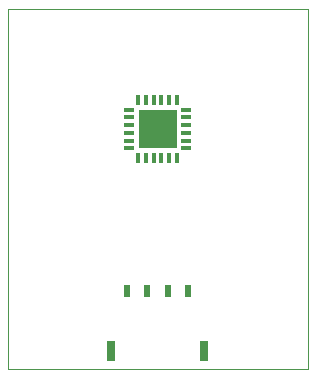
<source format=gtp>
G04 EAGLE Gerber RS-274X export*
G75*
%MOMM*%
%FSLAX34Y34*%
%LPD*%
%INSolder paste top*%
%IPPOS*%
%AMOC8*
5,1,8,0,0,1.08239X$1,22.5*%
G01*
%ADD10C,0.000000*%
%ADD11R,0.850000X0.350000*%
%ADD12R,0.350000X0.850000*%
%ADD13R,3.300000X3.300000*%
%ADD14R,0.600000X1.000000*%
%ADD15R,0.700000X1.800000*%


D10*
X0Y0D02*
X254000Y0D01*
X254000Y304800D01*
X0Y304800D01*
X0Y0D01*
D11*
X102500Y219450D03*
X102500Y212950D03*
X102500Y206450D03*
X102500Y199950D03*
X102500Y193450D03*
X102500Y186950D03*
D12*
X110750Y178700D03*
X117250Y178700D03*
X123750Y178700D03*
X130250Y178700D03*
X136750Y178700D03*
X143250Y178700D03*
D11*
X151500Y186950D03*
X151500Y193450D03*
X151500Y199950D03*
X151500Y206450D03*
X151500Y212950D03*
X151500Y219450D03*
D12*
X143250Y227700D03*
X136750Y227700D03*
X130250Y227700D03*
X123750Y227700D03*
X117250Y227700D03*
X110750Y227700D03*
D13*
X127000Y203200D03*
D14*
X101500Y65675D03*
X118500Y65675D03*
X135500Y65675D03*
X152500Y65675D03*
D15*
X87750Y15175D03*
X166250Y15175D03*
M02*

</source>
